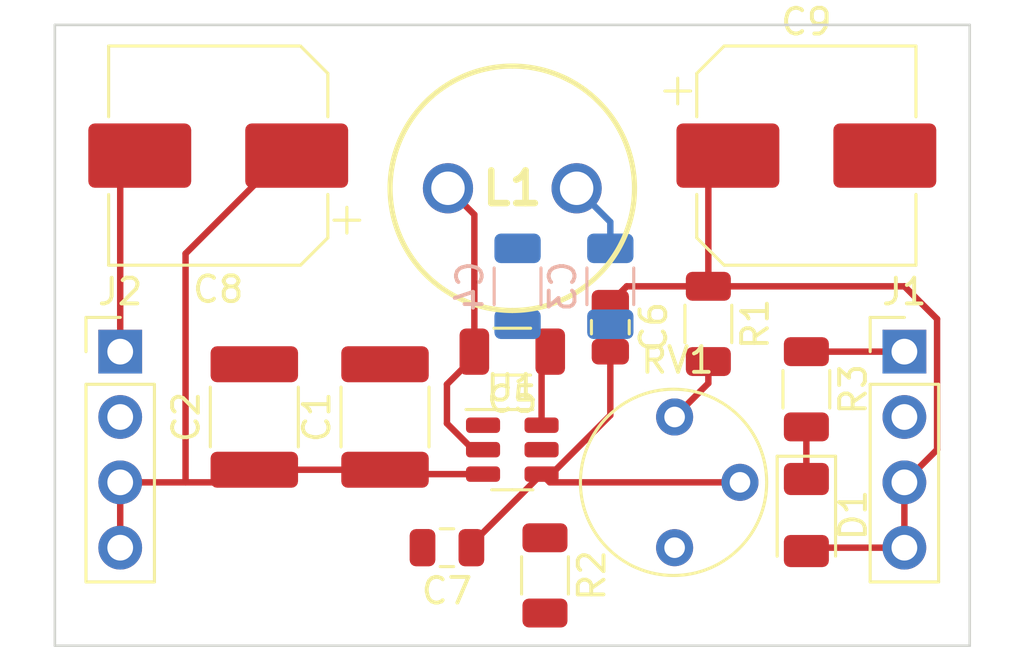
<source format=kicad_pcb>
(kicad_pcb (version 20221018) (generator pcbnew)
  (layers (0 "F.Cu" signal) (31 "B.Cu" signal) (34 "B.Paste" user) (35 "F.Paste" user) (36 "B.SilkS" user "B.Silkscreen") (37 "F.SilkS" user "F.Silkscreen") (38 "B.Mask" user) (39 "F.Mask" user) (44 "Edge.Cuts" user))
  (net 0 "")
  (net 1 "+24V")
  (net 2 "GND")
  (net 3 "+5V")
  (net 4 "Net-(U1-CB)")
  (net 5 "Net-(U1-SW)")
  (net 6 "Net-(U1-FB)")
  (net 7 "Net-(D1-K)")
  (net 8 "Net-(R1-Pad2)")
  (net 9 "Net-(R2-Pad1)")
  (footprint "Capacitor_SMD:C_1812_4532Metric" (layer "F.Cu") (at 89.0325 66.04 90)
    (fp_text reference "C1" (at 0 -2.65 90) (layer "F.SilkS"))
    (fp_text value "C")
    (fp_line (start -1.161252 -1.71) (end 1.161252 -1.71) (stroke (width 0.12)) (layer "F.SilkS"))
    (fp_line (start -1.161252 1.71) (end 1.161252 1.71) (stroke (width 0.12)) (layer "F.SilkS"))
    (pad "1" smd roundrect (at -2.05 0 90) (size 1.4 3.4) (layers "F.Cu" "F.Paste" "F.Mask") (roundrect_rratio 0.178571) (net 1 "+24V"))
    (pad "2" smd roundrect (at 2.05 0 90) (size 1.4 3.4) (layers "F.Cu" "F.Paste" "F.Mask") (roundrect_rratio 0.178571) (net 2 "GND"))
  )
  (footprint "Capacitor_SMD:CP_Elec_8x5.4" (layer "F.Cu") (at 105.41 55.88)
    (fp_text reference "C9" (at 0 -5.2) (layer "F.SilkS"))
    (fp_text value "C_Polarized")
    (fp_line (start -5.5 -2.51) (end -4.5 -2.51) (stroke (width 0.12)) (layer "F.SilkS"))
    (fp_line (start -5 -3.01) (end -5 -2.01) (stroke (width 0.12)) (layer "F.SilkS"))
    (fp_line (start -4.26 -3.195563) (end -4.26 -1.51) (stroke (width 0.12)) (layer "F.SilkS"))
    (fp_line (start -4.26 -3.195563) (end -3.195563 -4.26) (stroke (width 0.12)) (layer "F.SilkS"))
    (fp_line (start -4.26 3.195563) (end -4.26 1.51) (stroke (width 0.12)) (layer "F.SilkS"))
    (fp_line (start -4.26 3.195563) (end -3.195563 4.26) (stroke (width 0.12)) (layer "F.SilkS"))
    (fp_line (start -3.195563 -4.26) (end 4.26 -4.26) (stroke (width 0.12)) (layer "F.SilkS"))
    (fp_line (start -3.195563 4.26) (end 4.26 4.26) (stroke (width 0.12)) (layer "F.SilkS"))
    (fp_line (start 4.26 -4.26) (end 4.26 -1.51) (stroke (width 0.12)) (layer "F.SilkS"))
    (fp_line (start 4.26 4.26) (end 4.26 1.51) (stroke (width 0.12)) (layer "F.SilkS"))
    (pad "1" smd roundrect (at -3.05 0) (size 4 2.5) (layers "F.Cu" "F.Paste" "F.Mask") (roundrect_rratio 0.1) (net 3 "+5V"))
    (pad "2" smd roundrect (at 3.05 0) (size 4 2.5) (layers "F.Cu" "F.Paste" "F.Mask") (roundrect_rratio 0.1) (net 2 "GND"))
  )
  (footprint "Capacitor_SMD:C_1812_4532Metric" (layer "F.Cu") (at 83.9525 66.04 90)
    (fp_text reference "C2" (at 0 -2.65 90) (layer "F.SilkS"))
    (fp_text value "C")
    (fp_line (start -1.161252 -1.71) (end 1.161252 -1.71) (stroke (width 0.12)) (layer "F.SilkS"))
    (fp_line (start -1.161252 1.71) (end 1.161252 1.71) (stroke (width 0.12)) (layer "F.SilkS"))
    (pad "1" smd roundrect (at -2.05 0 90) (size 1.4 3.4) (layers "F.Cu" "F.Paste" "F.Mask") (roundrect_rratio 0.178571) (net 1 "+24V"))
    (pad "2" smd roundrect (at 2.05 0 90) (size 1.4 3.4) (layers "F.Cu" "F.Paste" "F.Mask") (roundrect_rratio 0.178571) (net 2 "GND"))
  )
  (footprint "Resistor_SMD:R_1206_3216Metric" (layer "F.Cu") (at 105.41 64.9625 -90)
    (fp_text reference "R3" (at 0 -1.82 90) (layer "F.SilkS"))
    (fp_text value "R")
    (fp_line (start -0.727064 -0.91) (end 0.727064 -0.91) (stroke (width 0.12)) (layer "F.SilkS"))
    (fp_line (start -0.727064 0.91) (end 0.727064 0.91) (stroke (width 0.12)) (layer "F.SilkS"))
    (pad "1" smd roundrect (at -1.4625 0 270) (size 1.125 1.75) (layers "F.Cu" "F.Paste" "F.Mask") (roundrect_rratio 0.222222) (net 2 "GND"))
    (pad "2" smd roundrect (at 1.4625 0 270) (size 1.125 1.75) (layers "F.Cu" "F.Paste" "F.Mask") (roundrect_rratio 0.222222) (net 7 "Net-(D1-K)"))
  )
  (footprint "Capacitor_SMD:C_0805_2012Metric" (layer "F.Cu") (at 97.79 62.55 -90)
    (fp_text reference "C6" (at 0 -1.68 90) (layer "F.SilkS"))
    (fp_text value "C")
    (fp_line (start -0.261252 -0.735) (end 0.261252 -0.735) (stroke (width 0.12)) (layer "F.SilkS"))
    (fp_line (start -0.261252 0.735) (end 0.261252 0.735) (stroke (width 0.12)) (layer "F.SilkS"))
    (pad "1" smd roundrect (at -0.95 0 270) (size 1 1.45) (layers "F.Cu" "F.Paste" "F.Mask") (net 3 "+5V"))
    (pad "2" smd roundrect (at 0.95 0 270) (size 1 1.45) (layers "F.Cu" "F.Paste" "F.Mask") (net 6 "Net-(U1-FB)"))
  )
  (footprint "Package_TO_SOT_SMD:SOT-23-6" (layer "F.Cu") (at 93.98 67.31)
    (fp_text reference "U1" (at 0 -2.4) (layer "F.SilkS"))
    (fp_text value "~")
    (fp_line (start 0 -1.56) (end -1.8 -1.56) (stroke (width 0.12)) (layer "F.SilkS"))
    (fp_line (start 0 -1.56) (end 0.8 -1.56) (stroke (width 0.12)) (layer "F.SilkS"))
    (fp_line (start 0 1.56) (end -0.8 1.56) (stroke (width 0.12)) (layer "F.SilkS"))
    (fp_line (start 0 1.56) (end 0.8 1.56) (stroke (width 0.12)) (layer "F.SilkS"))
    (pad "1" smd roundrect (at -1.1375 -0.95) (size 1.325 0.6) (layers "F.Cu" "F.Paste" "F.Mask") (net 2 "GND"))
    (pad "2" smd roundrect (at -1.1375 0) (size 1.325 0.6) (layers "F.Cu" "F.Paste" "F.Mask") (net 5 "Net-(U1-SW)"))
    (pad "3" smd roundrect (at -1.1375 0.95) (size 1.325 0.6) (layers "F.Cu" "F.Paste" "F.Mask") (net 1 "+24V"))
    (pad "4" smd roundrect (at 1.1375 0.95) (size 1.325 0.6) (layers "F.Cu" "F.Paste" "F.Mask") (net 6 "Net-(U1-FB)"))
    (pad "5" smd roundrect (at 1.1375 0) (size 1.325 0.6) (layers "F.Cu" "F.Paste" "F.Mask") (net 1 "+24V"))
    (pad "6" smd roundrect (at 1.1375 -0.95) (size 1.325 0.6) (layers "F.Cu" "F.Paste" "F.Mask") (net 4 "Net-(U1-CB)"))
  )
  (footprint "Resistor_SMD:R_1206_3216Metric" (layer "F.Cu") (at 101.6 62.4225 -90)
    (fp_text reference "R1" (at 0 -1.82 90) (layer "F.SilkS"))
    (fp_text value "R")
    (fp_line (start -0.727064 -0.91) (end 0.727064 -0.91) (stroke (width 0.12)) (layer "F.SilkS"))
    (fp_line (start -0.727064 0.91) (end 0.727064 0.91) (stroke (width 0.12)) (layer "F.SilkS"))
    (pad "1" smd roundrect (at -1.4625 0 270) (size 1.125 1.75) (layers "F.Cu" "F.Paste" "F.Mask") (roundrect_rratio 0.222222) (net 3 "+5V"))
    (pad "2" smd roundrect (at 1.4625 0 270) (size 1.125 1.75) (layers "F.Cu" "F.Paste" "F.Mask") (roundrect_rratio 0.222222) (net 8 "Net-(R1-Pad2)"))
  )
  (footprint "5Vcontroller:13R682C" (layer "F.Cu") (at 91.48 57.15 180)
    (fp_text reference "L1" (at -2.5 0) (layer "F.SilkS") (effects (font (size 1.27 1.27) (thickness 0.254))))
    (fp_text value "L" hide)
    (fp_line (start -2.5 -4.75) (end -2.5 -4.75) (stroke (width 0.2)) (layer "F.SilkS"))
    (fp_line (start -2.5 4.75) (end -2.5 4.75) (stroke (width 0.2)) (layer "F.SilkS"))
    (fp_arc (start -2.5 -4.75) (mid 2.25 0) (end -2.5 4.75) (stroke (width 0.2)) (layer "F.SilkS"))
    (fp_arc (start -2.5 4.75) (mid -7.25 0) (end -2.5 -4.75) (stroke (width 0.2)) (layer "F.SilkS"))
    (pad "1" thru_hole circle (at 0 0 180) (size 1.95 1.95) (drill 1.3) (layers "*.Cu" "*.Mask") (net 5 "Net-(U1-SW)"))
    (pad "2" thru_hole circle (at -5 0 180) (size 1.95 1.95) (drill 1.3) (layers "*.Cu" "*.Mask") (net 3 "+5V"))
  )
  (footprint "Capacitor_SMD:CP_Elec_8x5.4" (layer "F.Cu") (at 82.55 55.88 180)
    (fp_text reference "C8" (at 0 -5.2) (layer "F.SilkS"))
    (fp_text value "C_Polarized")
    (fp_line (start -5.5 -2.51) (end -4.5 -2.51) (stroke (width 0.12)) (layer "F.SilkS"))
    (fp_line (start -5 -3.01) (end -5 -2.01) (stroke (width 0.12)) (layer "F.SilkS"))
    (fp_line (start -4.26 -3.195563) (end -4.26 -1.51) (stroke (width 0.12)) (layer "F.SilkS"))
    (fp_line (start -4.26 -3.195563) (end -3.195563 -4.26) (stroke (width 0.12)) (layer "F.SilkS"))
    (fp_line (start -4.26 3.195563) (end -4.26 1.51) (stroke (width 0.12)) (layer "F.SilkS"))
    (fp_line (start -4.26 3.195563) (end -3.195563 4.26) (stroke (width 0.12)) (layer "F.SilkS"))
    (fp_line (start -3.195563 -4.26) (end 4.26 -4.26) (stroke (width 0.12)) (layer "F.SilkS"))
    (fp_line (start -3.195563 4.26) (end 4.26 4.26) (stroke (width 0.12)) (layer "F.SilkS"))
    (fp_line (start 4.26 -4.26) (end 4.26 -1.51) (stroke (width 0.12)) (layer "F.SilkS"))
    (fp_line (start 4.26 4.26) (end 4.26 1.51) (stroke (width 0.12)) (layer "F.SilkS"))
    (pad "1" smd roundrect (at -3.05 0 180) (size 4 2.5) (layers "F.Cu" "F.Paste" "F.Mask") (roundrect_rratio 0.1) (net 1 "+24V"))
    (pad "2" smd roundrect (at 3.05 0 180) (size 4 2.5) (layers "F.Cu" "F.Paste" "F.Mask") (roundrect_rratio 0.1) (net 2 "GND"))
  )
  (footprint "Connector_PinHeader_2.54mm:PinHeader_1x04_P2.54mm_Vertical" (layer "F.Cu") (at 109.22 63.5)
    (fp_text reference "J1" (at 0 -2.33) (layer "F.SilkS"))
    (fp_text value "Conn_01x04")
    (fp_line (start -1.33 -1.33) (end 0 -1.33) (stroke (width 0.12)) (layer "F.SilkS"))
    (fp_line (start -1.33 0) (end -1.33 -1.33) (stroke (width 0.12)) (layer "F.SilkS"))
    (fp_line (start -1.33 1.27) (end -1.33 8.95) (stroke (width 0.12)) (layer "F.SilkS"))
    (fp_line (start -1.33 1.27) (end 1.33 1.27) (stroke (width 0.12)) (layer "F.SilkS"))
    (fp_line (start -1.33 8.95) (end 1.33 8.95) (stroke (width 0.12)) (layer "F.SilkS"))
    (fp_line (start 1.33 1.27) (end 1.33 8.95) (stroke (width 0.12)) (layer "F.SilkS"))
    (pad "1" thru_hole rect (at 0 0) (size 1.7 1.7) (drill 1) (layers "*.Cu" "*.Mask") (net 2 "GND"))
    (pad "2" thru_hole oval (at 0 2.54) (size 1.7 1.7) (drill 1) (layers "*.Cu" "*.Mask") (net 2 "GND"))
    (pad "3" thru_hole oval (at 0 5.08) (size 1.7 1.7) (drill 1) (layers "*.Cu" "*.Mask") (net 3 "+5V"))
    (pad "4" thru_hole oval (at 0 7.62) (size 1.7 1.7) (drill 1) (layers "*.Cu" "*.Mask") (net 3 "+5V"))
  )
  (footprint "Resistor_SMD:R_1206_3216Metric" (layer "F.Cu") (at 95.25 72.1975 -90)
    (fp_text reference "R2" (at 0 -1.82 90) (layer "F.SilkS"))
    (fp_text value "R")
    (fp_line (start -0.727064 -0.91) (end 0.727064 -0.91) (stroke (width 0.12)) (layer "F.SilkS"))
    (fp_line (start -0.727064 0.91) (end 0.727064 0.91) (stroke (width 0.12)) (layer "F.SilkS"))
    (pad "1" smd roundrect (at -1.4625 0 270) (size 1.125 1.75) (layers "F.Cu" "F.Paste" "F.Mask") (roundrect_rratio 0.222222) (net 9 "Net-(R2-Pad1)"))
    (pad "2" smd roundrect (at 1.4625 0 270) (size 1.125 1.75) (layers "F.Cu" "F.Paste" "F.Mask") (roundrect_rratio 0.222222) (net 2 "GND"))
  )
  (footprint "Capacitor_SMD:C_0805_2012Metric" (layer "F.Cu") (at 91.44 71.12 180)
    (fp_text reference "C7" (at 0 -1.68) (layer "F.SilkS"))
    (fp_text value "C")
    (fp_line (start -0.261252 -0.735) (end 0.261252 -0.735) (stroke (width 0.12)) (layer "F.SilkS"))
    (fp_line (start -0.261252 0.735) (end 0.261252 0.735) (stroke (width 0.12)) (layer "F.SilkS"))
    (pad "1" smd roundrect (at -0.95 0 180) (size 1 1.45) (layers "F.Cu" "F.Paste" "F.Mask") (net 6 "Net-(U1-FB)"))
    (pad "2" smd roundrect (at 0.95 0 180) (size 1 1.45) (layers "F.Cu" "F.Paste" "F.Mask") (net 2 "GND"))
  )
  (footprint "Capacitor_SMD:C_1206_3216Metric" (layer "F.Cu") (at 93.98 63.5 180)
    (fp_text reference "C5" (at 0 -1.85) (layer "F.SilkS"))
    (fp_text value "C")
    (fp_line (start -0.711252 -0.91) (end 0.711252 -0.91) (stroke (width 0.12)) (layer "F.SilkS"))
    (fp_line (start -0.711252 0.91) (end 0.711252 0.91) (stroke (width 0.12)) (layer "F.SilkS"))
    (pad "1" smd roundrect (at -1.475 0 180) (size 1.15 1.8) (layers "F.Cu" "F.Paste" "F.Mask") (roundrect_rratio 0.217391) (net 4 "Net-(U1-CB)"))
    (pad "2" smd roundrect (at 1.475 0 180) (size 1.15 1.8) (layers "F.Cu" "F.Paste" "F.Mask") (roundrect_rratio 0.217391) (net 5 "Net-(U1-SW)"))
  )
  (footprint "Potentiometer_THT:Potentiometer_Vishay_T7-YA_Single_Vertical" (layer "F.Cu") (at 100.289 71.12)
    (fp_text reference "RV1" (at 0.11 -7.29) (layer "F.SilkS"))
    (fp_text value "R_Potentiometer")
    (fp_circle (center -0.041 -2.54) (end 3.579 -2.54) (stroke (width 0.12)) (fill none) (layer "F.SilkS"))
    (pad "1" thru_hole circle (at 0 0) (size 1.44 1.44) (drill 0.8) (layers "*.Cu" "*.Mask") (net 9 "Net-(R2-Pad1)"))
    (pad "2" thru_hole circle (at 2.54 -2.54) (size 1.44 1.44) (drill 0.8) (layers "*.Cu" "*.Mask") (net 6 "Net-(U1-FB)"))
    (pad "3" thru_hole circle (at 0 -5.08) (size 1.44 1.44) (drill 0.8) (layers "*.Cu" "*.Mask") (net 8 "Net-(R1-Pad2)"))
  )
  (footprint "LED_SMD:LED_1206_3216Metric" (layer "F.Cu") (at 105.41 69.85 -90)
    (fp_text reference "D1" (at 0 -1.82 90) (layer "F.SilkS"))
    (fp_text value "LED")
    (fp_line (start -2.285 -1.135) (end -2.285 1.135) (stroke (width 0.12)) (layer "F.SilkS"))
    (fp_line (start -2.285 1.135) (end 1.6 1.135) (stroke (width 0.12)) (layer "F.SilkS"))
    (fp_line (start 1.6 -1.135) (end -2.285 -1.135) (stroke (width 0.12)) (layer "F.SilkS"))
    (pad "1" smd roundrect (at -1.4 0 270) (size 1.25 1.75) (layers "F.Cu" "F.Paste" "F.Mask") (roundrect_rratio 0.2) (net 7 "Net-(D1-K)"))
    (pad "2" smd roundrect (at 1.4 0 270) (size 1.25 1.75) (layers "F.Cu" "F.Paste" "F.Mask") (roundrect_rratio 0.2) (net 3 "+5V"))
  )
  (footprint "Connector_PinHeader_2.54mm:PinHeader_1x04_P2.54mm_Vertical" (layer "F.Cu") (at 78.74 63.5)
    (fp_text reference "J2" (at 0 -2.33) (layer "F.SilkS"))
    (fp_text value "Conn_01x04")
    (fp_line (start -1.33 -1.33) (end 0 -1.33) (stroke (width 0.12)) (layer "F.SilkS"))
    (fp_line (start -1.33 0) (end -1.33 -1.33) (stroke (width 0.12)) (layer "F.SilkS"))
    (fp_line (start -1.33 1.27) (end -1.33 8.95) (stroke (width 0.12)) (layer "F.SilkS"))
    (fp_line (start -1.33 1.27) (end 1.33 1.27) (stroke (width 0.12)) (layer "F.SilkS"))
    (fp_line (start -1.33 8.95) (end 1.33 8.95) (stroke (width 0.12)) (layer "F.SilkS"))
    (fp_line (start 1.33 1.27) (end 1.33 8.95) (stroke (width 0.12)) (layer "F.SilkS"))
    (pad "1" thru_hole rect (at 0 0) (size 1.7 1.7) (drill 1) (layers "*.Cu" "*.Mask") (net 2 "GND"))
    (pad "2" thru_hole oval (at 0 2.54) (size 1.7 1.7) (drill 1) (layers "*.Cu" "*.Mask") (net 2 "GND"))
    (pad "3" thru_hole oval (at 0 5.08) (size 1.7 1.7) (drill 1) (layers "*.Cu" "*.Mask") (net 1 "+24V"))
    (pad "4" thru_hole oval (at 0 7.62) (size 1.7 1.7) (drill 1) (layers "*.Cu" "*.Mask") (net 1 "+24V"))
  )
  (footprint "Capacitor_SMD:C_1206_3216Metric" (layer "B.Cu") (at 97.79 60.96 -90)
    (fp_text reference "C3" (at 0 1.85 90) (layer "B.SilkS") (effects (justify mirror)))
    (fp_text value "C")
    (fp_line (start -0.711252 -0.91) (end 0.711252 -0.91) (stroke (width 0.12)) (layer "B.SilkS"))
    (fp_line (start -0.711252 0.91) (end 0.711252 0.91) (stroke (width 0.12)) (layer "B.SilkS"))
    (pad "1" smd roundrect (at -1.475 0 270) (size 1.15 1.8) (layers "B.Cu" "B.Paste" "B.Mask") (roundrect_rratio 0.217391) (net 3 "+5V"))
    (pad "2" smd roundrect (at 1.475 0 270) (size 1.15 1.8) (layers "B.Cu" "B.Paste" "B.Mask") (roundrect_rratio 0.217391) (net 2 "GND"))
  )
  (footprint "Capacitor_SMD:C_1206_3216Metric" (layer "B.Cu") (at 94.185 60.96 -90)
    (fp_text reference "C4" (at 0 1.85 90) (layer "B.SilkS") (effects (justify mirror)))
    (fp_text value "C")
    (fp_line (start -0.711252 -0.91) (end 0.711252 -0.91) (stroke (width 0.12)) (layer "B.SilkS"))
    (fp_line (start -0.711252 0.91) (end 0.711252 0.91) (stroke (width 0.12)) (layer "B.SilkS"))
    (pad "1" smd roundrect (at -1.475 0 270) (size 1.15 1.8) (layers "B.Cu" "B.Paste" "B.Mask") (roundrect_rratio 0.217391) (net 3 "+5V"))
    (pad "2" smd roundrect (at 1.475 0 270) (size 1.15 1.8) (layers "B.Cu" "B.Paste" "B.Mask") (roundrect_rratio 0.217391) (net 2 "GND"))
  )
  (gr_line (start 111.76 74.93) (end 76.2 74.93) (stroke (width 0.1)) (layer "Edge.Cuts"))
  (gr_line (start 76.2 74.93) (end 76.2 50.8) (stroke (width 0.1)) (layer "Edge.Cuts"))
  (gr_line (start 76.2 50.8) (end 111.76 50.8) (stroke (width 0.1)) (layer "Edge.Cuts"))
  (gr_line (start 111.76 50.8) (end 111.76 74.93) (stroke (width 0.1)) (layer "Edge.Cuts"))
  (segment (start 89.0325 68.09) (end 83.9525 68.09) (width 0.25) (layer "F.Cu") (net 1))
  (segment (start 81.28 59.69) (end 81.28 68.58) (width 0.25) (layer "F.Cu") (net 1))
  (segment (start 83.4625 68.58) (end 83.9525 68.09) (width 0.25) (layer "F.Cu") (net 1))
  (segment (start 89.2025 68.26) (end 92.8425 68.26) (width 0.25) (layer "F.Cu") (net 1))
  (segment (start 81.28 68.58) (end 83.4625 68.58) (width 0.25) (layer "F.Cu") (net 1))
  (segment (start 85.6 55.88) (end 85.09 55.88) (width 0.25) (layer "F.Cu") (net 1))
  (segment (start 78.74 68.58) (end 81.28 68.58) (width 0.25) (layer "F.Cu") (net 1))
  (segment (start 89.0325 68.09) (end 89.2025 68.26) (width 0.25) (layer "F.Cu") (net 1))
  (segment (start 78.74 71.12) (end 78.74 68.58) (width 0.25) (layer "F.Cu") (net 1))
  (segment (start 85.09 55.88) (end 81.28 59.69) (width 0.25) (layer "F.Cu") (net 1))
  (segment (start 78.74 56.64) (end 79.5 55.88) (width 0.25) (layer "F.Cu") (net 2))
  (segment (start 109.22 63.5) (end 105.41 63.5) (width 0.25) (layer "F.Cu") (net 2))
  (segment (start 78.74 63.5) (end 78.74 56.64) (width 0.25) (layer "F.Cu") (net 2))
  (segment (start 105.54 71.12) (end 109.22 71.12) (width 0.25) (layer "F.Cu") (net 3))
  (segment (start 101.6 56.64) (end 102.36 55.88) (width 0.25) (layer "F.Cu") (net 3))
  (segment (start 110.49 67.31) (end 109.22 68.58) (width 0.25) (layer "F.Cu") (net 3))
  (segment (start 109.22 60.96) (end 110.49 62.23) (width 0.25) (layer "F.Cu") (net 3))
  (segment (start 101.6 60.96) (end 98.43 60.96) (width 0.25) (layer "F.Cu") (net 3))
  (segment (start 110.49 62.23) (end 110.49 67.31) (width 0.25) (layer "F.Cu") (net 3))
  (segment (start 101.6 60.96) (end 101.6 56.64) (width 0.25) (layer "F.Cu") (net 3))
  (segment (start 105.41 71.25) (end 105.54 71.12) (width 0.25) (layer "F.Cu") (net 3))
  (segment (start 109.22 68.58) (end 109.22 71.12) (width 0.25) (layer "F.Cu") (net 3))
  (segment (start 101.6 60.96) (end 109.22 60.96) (width 0.25) (layer "F.Cu") (net 3))
  (segment (start 98.43 60.96) (end 97.79 61.6) (width 0.25) (layer "F.Cu") (net 3))
  (segment (start 97.79 59.485) (end 97.79 58.46) (width 0.25) (layer "B.Cu") (net 3))
  (segment (start 97.79 58.46) (end 96.48 57.15) (width 0.25) (layer "B.Cu") (net 3))
  (segment (start 95.1175 66.36) (end 95.1175 63.8375) (width 0.25) (layer "F.Cu") (net 4))
  (segment (start 95.1175 63.8375) (end 95.455 63.5) (width 0.25) (layer "F.Cu") (net 4))
  (segment (start 91.44 64.77) (end 91.44 66.291751) (width 0.25) (layer "F.Cu") (net 5))
  (segment (start 92.505 58.175) (end 91.48 57.15) (width 0.25) (layer "F.Cu") (net 5))
  (segment (start 92.505 63.5) (end 92.505 58.175) (width 0.25) (layer "F.Cu") (net 5))
  (segment (start 92.505 63.5) (end 92.505 63.705) (width 0.25) (layer "F.Cu") (net 5))
  (segment (start 91.44 66.291751) (end 92.458249 67.31) (width 0.25) (layer "F.Cu") (net 5))
  (segment (start 92.505 63.705) (end 91.44 64.77) (width 0.25) (layer "F.Cu") (net 5))
  (segment (start 92.458249 67.31) (end 92.8425 67.31) (width 0.25) (layer "F.Cu") (net 5))
  (segment (start 92.39 71.12) (end 92.39 70.9875) (width 0.25) (layer "F.Cu") (net 6))
  (segment (start 102.829 68.58) (end 95.4375 68.58) (width 0.25) (layer "F.Cu") (net 6))
  (segment (start 92.39 70.9875) (end 95.1175 68.26) (width 0.25) (layer "F.Cu") (net 6))
  (segment (start 97.79 65.971751) (end 95.501751 68.26) (width 0.25) (layer "F.Cu") (net 6))
  (segment (start 95.501751 68.26) (end 95.1175 68.26) (width 0.25) (layer "F.Cu") (net 6))
  (segment (start 95.4375 68.58) (end 95.1175 68.26) (width 0.25) (layer "F.Cu") (net 6))
  (segment (start 97.79 63.5) (end 97.79 65.971751) (width 0.25) (layer "F.Cu") (net 6))
  (segment (start 105.41 66.425) (end 105.41 68.45) (width 0.25) (layer "F.Cu") (net 7))
  (segment (start 101.6 64.729) (end 101.6 63.885) (width 0.25) (layer "F.Cu") (net 8))
  (segment (start 100.289 66.04) (end 101.6 64.729) (width 0.25) (layer "F.Cu") (net 8))
)
</source>
